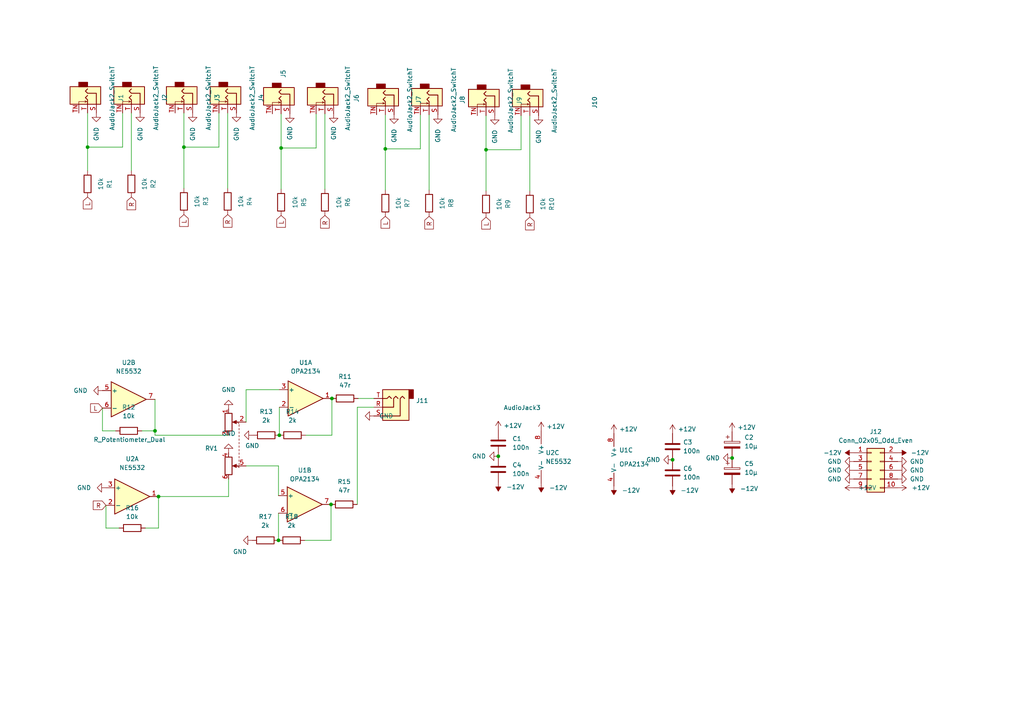
<source format=kicad_sch>
(kicad_sch (version 20211123) (generator eeschema)
  (paper "A4")
  (lib_symbols
    (symbol "Amplifier_Operational:NE5532" (pin_names (offset 0.127))
      (property "Reference" "U" (at 0 5.08 0))
      (property "Value" "NE5532" (at 0 -5.08 0))
      (symbol "NE5532_1_1"
        (polyline (pts (xy -5.08 5.08) (xy 5.08 0) (xy -5.08 -5.08) (xy -5.08 5.08)) (stroke (width 0.254)) (fill (type background)))
        (pin output line (at 7.62 0 180) (length 2.54) (name "~") (number "1"))
        (pin input line (at -7.62 -2.54 0) (length 2.54) (name "-") (number "2"))
        (pin input line (at -7.62 2.54 0) (length 2.54) (name "+") (number "3"))
      )
      (symbol "NE5532_2_1"
        (polyline (pts (xy -5.08 5.08) (xy 5.08 0) (xy -5.08 -5.08) (xy -5.08 5.08)) (stroke (width 0.254)) (fill (type background)))
        (pin input line (at -7.62 2.54 0) (length 2.54) (name "+") (number "5"))
        (pin input line (at -7.62 -2.54 0) (length 2.54) (name "-") (number "6"))
        (pin output line (at 7.62 0 180) (length 2.54) (name "~") (number "7"))
      )
      (symbol "NE5532_3_1"
        (pin power_in line (at -2.54 -7.62 90) (length 3.81) (name "V-") (number "4"))
        (pin power_in line (at -2.54 7.62 270) (length 3.81) (name "V+") (number "8"))
      )
    )
    (symbol "Amplifier_Operational:OPA2134" (pin_names (offset 0.127))
      (property "Reference" "U" (at 0 5.08 0))
      (property "Value" "OPA2134" (at 0 -5.08 0))
      (symbol "OPA2134_1_1"
        (polyline (pts (xy -5.08 5.08) (xy 5.08 0) (xy -5.08 -5.08) (xy -5.08 5.08)) (stroke (width 0.254)) (fill (type background)))
        (pin output line (at 7.62 0 180) (length 2.54) (name "~") (number "1"))
        (pin input line (at -7.62 -2.54 0) (length 2.54) (name "-") (number "2"))
        (pin input line (at -7.62 2.54 0) (length 2.54) (name "+") (number "3"))
      )
      (symbol "OPA2134_2_1"
        (polyline (pts (xy -5.08 5.08) (xy 5.08 0) (xy -5.08 -5.08) (xy -5.08 5.08)) (stroke (width 0.254)) (fill (type background)))
        (pin input line (at -7.62 2.54 0) (length 2.54) (name "+") (number "5"))
        (pin input line (at -7.62 -2.54 0) (length 2.54) (name "-") (number "6"))
        (pin output line (at 7.62 0 180) (length 2.54) (name "~") (number "7"))
      )
      (symbol "OPA2134_3_1"
        (pin power_in line (at -2.54 -7.62 90) (length 3.81) (name "V-") (number "4"))
        (pin power_in line (at -2.54 7.62 270) (length 3.81) (name "V+") (number "8"))
      )
    )
    (symbol "Connector:AudioJack2_SwitchT"
      (property "Reference" "J" (at 0 8.89 0))
      (property "Value" "AudioJack2_SwitchT" (at 0 6.35 0))
      (symbol "AudioJack2_SwitchT_0_1"
        (rectangle (start -2.54 0) (end -3.81 -2.54) (stroke (width 0.254)) (fill (type outline)))
        (polyline (pts (xy 1.778 -0.254) (xy 2.032 -0.762)))
        (polyline (pts (xy 0 0) (xy 0.635 -0.635) (xy 1.27 0) (xy 2.54 0)) (stroke (width 0.254)))
        (polyline (pts (xy 2.54 -2.54) (xy 1.778 -2.54) (xy 1.778 -0.254) (xy 1.524 -0.762)))
        (polyline (pts (xy 2.54 2.54) (xy -0.635 2.54) (xy -0.635 0) (xy -1.27 -0.635) (xy -1.905 0)) (stroke (width 0.254)))
        (rectangle (start 2.54 3.81) (end -2.54 -5.08) (stroke (width 0.254)) (fill (type background)))
      )
      (symbol "AudioJack2_SwitchT_1_1"
        (pin passive line (at 5.08 2.54 180) (length 2.54) (name "~") (number "S"))
        (pin passive line (at 5.08 0 180) (length 2.54) (name "~") (number "T"))
        (pin passive line (at 5.08 -2.54 180) (length 2.54) (name "~") (number "TN"))
      )
    )
    (symbol "Connector:AudioJack3"
      (property "Reference" "J" (at 0 8.89 0))
      (property "Value" "AudioJack3" (at 0 6.35 0))
      (symbol "AudioJack3_0_1"
        (rectangle (start -5.08 -5.08) (end -6.35 -2.54) (stroke (width 0.254)) (fill (type outline)))
        (polyline (pts (xy 0 -2.54) (xy 0.635 -3.175) (xy 1.27 -2.54) (xy 2.54 -2.54)) (stroke (width 0.254)))
        (polyline (pts (xy -1.905 -2.54) (xy -1.27 -3.175) (xy -0.635 -2.54) (xy -0.635 0) (xy 2.54 0)) (stroke (width 0.254)))
        (polyline (pts (xy 2.54 2.54) (xy -2.54 2.54) (xy -2.54 -2.54) (xy -3.175 -3.175) (xy -3.81 -2.54)) (stroke (width 0.254)))
        (rectangle (start 2.54 3.81) (end -5.08 -5.08) (stroke (width 0.254)) (fill (type background)))
      )
      (symbol "AudioJack3_1_1"
        (pin passive line (at 5.08 0 180) (length 2.54) (name "~") (number "R"))
        (pin passive line (at 5.08 2.54 180) (length 2.54) (name "~") (number "S"))
        (pin passive line (at 5.08 -2.54 180) (length 2.54) (name "~") (number "T"))
      )
    )
    (symbol "Connector_Generic:Conn_02x05_Odd_Even" (pin_names (offset 1.016) hide)
      (property "Reference" "J" (at 1.27 7.62 0))
      (property "Value" "Conn_02x05_Odd_Even" (at 1.27 -7.62 0))
      (symbol "Conn_02x05_Odd_Even_1_1"
        (rectangle (start -1.27 -4.953) (end 0 -5.207) (stroke (width 0.1524)))
        (rectangle (start -1.27 -2.413) (end 0 -2.667) (stroke (width 0.1524)))
        (rectangle (start -1.27 0.127) (end 0 -0.127) (stroke (width 0.1524)))
        (rectangle (start -1.27 2.667) (end 0 2.413) (stroke (width 0.1524)))
        (rectangle (start -1.27 5.207) (end 0 4.953) (stroke (width 0.1524)))
        (rectangle (start -1.27 6.35) (end 3.81 -6.35) (stroke (width 0.254)) (fill (type background)))
        (rectangle (start 3.81 -4.953) (end 2.54 -5.207) (stroke (width 0.1524)))
        (rectangle (start 3.81 -2.413) (end 2.54 -2.667) (stroke (width 0.1524)))
        (rectangle (start 3.81 0.127) (end 2.54 -0.127) (stroke (width 0.1524)))
        (rectangle (start 3.81 2.667) (end 2.54 2.413) (stroke (width 0.1524)))
        (rectangle (start 3.81 5.207) (end 2.54 4.953) (stroke (width 0.1524)))
        (pin passive line (at -5.08 5.08 0) (length 3.81) (name "Pin_1") (number "1"))
        (pin passive line (at 7.62 -5.08 180) (length 3.81) (name "Pin_10") (number "10"))
        (pin passive line (at 7.62 5.08 180) (length 3.81) (name "Pin_2") (number "2"))
        (pin passive line (at -5.08 2.54 0) (length 3.81) (name "Pin_3") (number "3"))
        (pin passive line (at 7.62 2.54 180) (length 3.81) (name "Pin_4") (number "4"))
        (pin passive line (at -5.08 0 0) (length 3.81) (name "Pin_5") (number "5"))
        (pin passive line (at 7.62 0 180) (length 3.81) (name "Pin_6") (number "6"))
        (pin passive line (at -5.08 -2.54 0) (length 3.81) (name "Pin_7") (number "7"))
        (pin passive line (at 7.62 -2.54 180) (length 3.81) (name "Pin_8") (number "8"))
        (pin passive line (at -5.08 -5.08 0) (length 3.81) (name "Pin_9") (number "9"))
      )
    )
    (symbol "Device:C" (pin_numbers hide) (pin_names (offset 0.254))
      (property "Reference" "C" (at 0.635 2.54 0))
      (property "Value" "C" (at 0.635 -2.54 0))
      (symbol "C_0_1"
        (polyline (pts (xy -2.032 -0.762) (xy 2.032 -0.762)) (stroke (width 0.508)))
        (polyline (pts (xy -2.032 0.762) (xy 2.032 0.762)) (stroke (width 0.508)))
      )
      (symbol "C_1_1"
        (pin passive line (at 0 3.81 270) (length 2.794) (name "~") (number "1"))
        (pin passive line (at 0 -3.81 90) (length 2.794) (name "~") (number "2"))
      )
    )
    (symbol "Device:C_Polarized" (pin_numbers hide) (pin_names (offset 0.254))
      (property "Reference" "C" (at 0.635 2.54 0))
      (property "Value" "C_Polarized" (at 0.635 -2.54 0))
      (symbol "C_Polarized_0_1"
        (rectangle (start -2.286 0.508) (end 2.286 1.016))
        (polyline (pts (xy -1.778 2.286) (xy -0.762 2.286)))
        (polyline (pts (xy -1.27 2.794) (xy -1.27 1.778)))
        (rectangle (start 2.286 -0.508) (end -2.286 -1.016) (fill (type outline)))
      )
      (symbol "C_Polarized_1_1"
        (pin passive line (at 0 3.81 270) (length 2.794) (name "~") (number "1"))
        (pin passive line (at 0 -3.81 90) (length 2.794) (name "~") (number "2"))
      )
    )
    (symbol "Device:R" (pin_numbers hide) (pin_names (offset 0))
      (property "Reference" "R" (at 2.032 0 90))
      (property "Value" "R" (at 0 0 90))
      (symbol "R_0_1"
        (rectangle (start -1.016 -2.54) (end 1.016 2.54) (stroke (width 0.254)))
      )
      (symbol "R_1_1"
        (pin passive line (at 0 3.81 270) (length 1.27) (name "~") (number "1"))
        (pin passive line (at 0 -3.81 90) (length 1.27) (name "~") (number "2"))
      )
    )
    (symbol "Device:R_Potentiometer_Dual" (pin_names (offset 1.016) hide)
      (property "Reference" "RV" (at 0 3.81 0))
      (property "Value" "R_Potentiometer_Dual" (at 0 1.905 0))
      (symbol "R_Potentiometer_Dual_0_1"
        (rectangle (start -8.89 -1.524) (end -3.81 -3.556) (stroke (width 0.254)))
        (polyline (pts (xy -6.35 0) (xy -6.35 -1.016)))
        (polyline (pts (xy -6.35 0) (xy -6.35 -1.016)))
        (polyline (pts (xy -6.35 0) (xy -5.842 0.508)))
        (polyline (pts (xy -5.588 0.508) (xy -5.08 0.508)))
        (polyline (pts (xy -4.572 0.508) (xy -4.064 0.508)))
        (polyline (pts (xy -3.556 0.508) (xy -3.048 0.508)))
        (polyline (pts (xy -2.54 0.508) (xy -2.032 0.508)))
        (polyline (pts (xy -1.524 0.508) (xy -1.016 0.508)))
        (polyline (pts (xy -0.508 0.508) (xy 0 0.508)))
        (polyline (pts (xy 0.508 0.508) (xy 1.016 0.508)))
        (polyline (pts (xy 1.524 0.508) (xy 2.032 0.508)))
        (polyline (pts (xy 2.54 0.508) (xy 3.048 0.508)))
        (polyline (pts (xy 3.556 0.508) (xy 4.064 0.508)))
        (polyline (pts (xy 4.572 0.508) (xy 5.08 0.508)))
        (polyline (pts (xy 5.588 0.508) (xy 6.096 0.508)))
        (polyline (pts (xy 6.35 0) (xy 6.35 -1.016)))
        (polyline (pts (xy 6.35 0) (xy 6.35 -1.016)))
        (polyline (pts (xy 6.604 0.508) (xy 6.858 0.508) (xy 6.35 0)))
        (polyline (pts (xy -6.35 -1.397) (xy -6.858 -0.254) (xy -5.842 -0.254) (xy -6.35 -1.397)) (fill (type outline)))
        (polyline (pts (xy 6.35 -1.397) (xy 5.842 -0.254) (xy 6.858 -0.254) (xy 6.35 -1.397)) (fill (type outline)))
        (rectangle (start 3.81 -1.524) (end 8.89 -3.556) (stroke (width 0.254)))
      )
      (symbol "R_Potentiometer_Dual_1_1"
        (pin passive line (at -10.16 -2.54 0) (length 1.27) (name "1") (number "1"))
        (pin passive line (at -6.35 2.54 270) (length 2.54) (name "2") (number "2"))
        (pin passive line (at -2.54 -2.54 180) (length 1.27) (name "3") (number "3"))
        (pin passive line (at 2.54 -2.54 0) (length 1.27) (name "4") (number "4"))
        (pin passive line (at 6.35 2.54 270) (length 2.54) (name "5") (number "5"))
        (pin passive line (at 10.16 -2.54 180) (length 1.27) (name "6") (number "6"))
      )
    )
    (symbol "power:+12V" (power) (pin_names (offset 0))
      (property "Value" "+12V" (at 0 3.556 0))
      (symbol "+12V_0_1"
        (polyline (pts (xy -0.762 1.27) (xy 0 2.54)))
        (polyline (pts (xy 0 0) (xy 0 2.54)))
        (polyline (pts (xy 0 2.54) (xy 0.762 1.27)))
      )
      (symbol "+12V_1_1"
        (pin power_in line (at 0 0 90) (length 0) hide (name "+12V") (number "1"))
      )
    )
    (symbol "power:-12V" (power) (pin_names (offset 0))
      (property "Value" "-12V" (at 0 3.81 0))
      (symbol "-12V_0_0"
        (pin power_in line (at 0 0 90) (length 0) hide (name "-12V") (number "1"))
      )
      (symbol "-12V_0_1"
        (polyline (pts (xy 0 0) (xy 0 1.27) (xy 0.762 1.27) (xy 0 2.54) (xy -0.762 1.27) (xy 0 1.27)) (fill (type outline)))
      )
    )
    (symbol "power:GND" (power) (pin_names (offset 0))
      (property "Value" "GND" (at 0 -3.81 0))
      (symbol "GND_0_1"
        (polyline (pts (xy 0 0) (xy 0 -1.27) (xy 1.27 -1.27) (xy 0 -2.54) (xy -1.27 -1.27) (xy 0 -1.27)))
      )
      (symbol "GND_1_1"
        (pin power_in line (at 0 0 270) (length 0) hide (name "GND") (number "1"))
      )
    )
  )
  (junction (at 212.344 132.842))
  (junction (at 25.4 42.672))
  (junction (at 111.76 43.18))
  (junction (at 81.026 126.238))
  (junction (at 144.526 132.334))
  (junction (at 80.772 156.718))
  (junction (at 96.266 115.57))
  (junction (at 140.97 43.434))
  (junction (at 195.072 133.35))
  (junction (at 44.958 124.968))
  (junction (at 96.012 146.304))
  (junction (at 81.534 42.926))
  (junction (at 53.34 42.672))
  (junction (at 45.974 144.018))
  (wire (pts (xy 96.012 146.304) (xy 96.012 156.718)))
  (wire (pts (xy 63.5 32.766) (xy 63.5 42.672)))
  (wire (pts (xy 42.164 153.162) (xy 45.974 153.162)))
  (wire (pts (xy 91.694 42.926) (xy 81.534 42.926)))
  (wire (pts (xy 41.148 124.968) (xy 44.958 124.968)))
  (wire (pts (xy 44.958 115.824) (xy 44.958 124.968)))
  (wire (pts (xy 44.958 124.968) (xy 44.958 126.238)))
  (wire (pts (xy 45.974 153.162) (xy 45.974 144.018)))
  (wire (pts (xy 121.92 33.274) (xy 121.92 43.18)))
  (wire (pts (xy 140.97 43.434) (xy 140.97 55.372)))
  (wire (pts (xy 80.772 148.844) (xy 80.772 156.718)))
  (wire (pts (xy 38.1 32.766) (xy 38.1 49.53)))
  (wire (pts (xy 151.13 33.528) (xy 151.13 43.434)))
  (wire (pts (xy 88.392 156.718) (xy 96.012 156.718)))
  (wire (pts (xy 94.234 33.02) (xy 94.234 54.864)))
  (wire (pts (xy 30.734 153.162) (xy 30.734 146.558)))
  (wire (pts (xy 140.97 43.434) (xy 140.97 33.528)))
  (wire (pts (xy 111.76 43.18) (xy 111.76 33.274)))
  (wire (pts (xy 91.694 33.02) (xy 91.694 42.926)))
  (wire (pts (xy 81.534 42.926) (xy 81.534 33.02)))
  (wire (pts (xy 71.374 135.128) (xy 80.772 135.128)))
  (wire (pts (xy 80.772 135.128) (xy 80.772 143.764)))
  (wire (pts (xy 81.026 118.11) (xy 81.026 126.238)))
  (wire (pts (xy 151.13 43.434) (xy 140.97 43.434)))
  (wire (pts (xy 81.534 42.926) (xy 81.534 54.864)))
  (wire (pts (xy 108.458 115.57) (xy 103.886 115.57)))
  (wire (pts (xy 63.5 42.672) (xy 53.34 42.672)))
  (wire (pts (xy 153.67 33.528) (xy 153.67 55.372)))
  (wire (pts (xy 25.4 32.766) (xy 25.4 42.672)))
  (wire (pts (xy 25.4 42.672) (xy 25.4 49.53)))
  (wire (pts (xy 35.56 32.766) (xy 35.56 42.672)))
  (wire (pts (xy 53.34 42.672) (xy 53.34 54.61)))
  (wire (pts (xy 71.374 113.03) (xy 71.374 122.428)))
  (wire (pts (xy 81.026 113.03) (xy 71.374 113.03)))
  (wire (pts (xy 34.544 153.162) (xy 30.734 153.162)))
  (wire (pts (xy 66.294 126.238) (xy 44.958 126.238)))
  (wire (pts (xy 53.34 42.672) (xy 53.34 32.766)))
  (wire (pts (xy 121.92 43.18) (xy 111.76 43.18)))
  (wire (pts (xy 29.718 124.968) (xy 29.718 118.364)))
  (wire (pts (xy 33.528 124.968) (xy 29.718 124.968)))
  (wire (pts (xy 103.632 118.11) (xy 103.632 146.304)))
  (wire (pts (xy 124.46 33.274) (xy 124.46 55.118)))
  (wire (pts (xy 66.04 32.766) (xy 66.04 54.61)))
  (wire (pts (xy 88.646 126.238) (xy 96.266 126.238)))
  (wire (pts (xy 96.266 126.238) (xy 96.266 115.57)))
  (wire (pts (xy 35.56 42.672) (xy 25.4 42.672)))
  (wire (pts (xy 108.458 118.11) (xy 103.632 118.11)))
  (wire (pts (xy 111.76 43.18) (xy 111.76 55.118)))
  (wire (pts (xy 66.294 138.938) (xy 66.294 144.018)))
  (wire (pts (xy 66.294 144.018) (xy 45.974 144.018)))
  (global_label "R" (shape input) (at 30.734 146.558 180) (property "Intersheet References" "${INTERSHEET_REFS}" (effects hide)))
  (global_label "R" (shape input) (at 94.234 62.484 270) (property "Intersheet References" "${INTERSHEET_REFS}" (effects hide)))
  (global_label "L" (shape input) (at 111.76 62.738 270) (property "Intersheet References" "${INTERSHEET_REFS}" (effects hide)))
  (global_label "R" (shape input) (at 38.1 57.15 270) (property "Intersheet References" "${INTERSHEET_REFS}" (effects hide)))
  (global_label "L" (shape input) (at 53.34 62.23 270) (property "Intersheet References" "${INTERSHEET_REFS}" (effects hide)))
  (global_label "L" (shape input) (at 140.97 62.992 270) (property "Intersheet References" "${INTERSHEET_REFS}" (effects hide)))
  (global_label "L" (shape input) (at 25.4 57.15 270) (property "Intersheet References" "${INTERSHEET_REFS}" (effects hide)))
  (global_label "R" (shape input) (at 66.04 62.23 270) (property "Intersheet References" "${INTERSHEET_REFS}" (effects hide)))
  (global_label "L" (shape input) (at 81.534 62.484 270) (property "Intersheet References" "${INTERSHEET_REFS}" (effects hide)))
  (global_label "L" (shape input) (at 29.718 118.364 180) (property "Intersheet References" "${INTERSHEET_REFS}" (effects hide)))
  (global_label "R" (shape input) (at 124.46 62.738 270) (property "Intersheet References" "${INTERSHEET_REFS}" (effects hide)))
  (global_label "R" (shape input) (at 153.67 62.992 270) (property "Intersheet References" "${INTERSHEET_REFS}" (effects hide)))
  (symbol (lib_id "Connector:AudioJack2_SwitchT") (at 111.76 28.194 270) (unit 1)
    (property "Reference" "J7" (at 121.412 28.956 0))
    (property "Value" "AudioJack2_SwitchT" (at 118.872 28.956 0))
    (property "Footprint" "AudioJacks:Jack_3.5mm_QingPu_WQP-PJ398SM_Vertical" (effects hide))
  )
  (symbol (lib_id "power:GND") (at 27.94 32.766 0) (unit 1)
    (property "Reference" "#PWR01" (effects hide))
    (property "Value" "GND" (at 27.9401 36.83 90) (effects (justify right)))
  )
  (symbol (lib_id "Device:R") (at 94.234 58.674 0) (unit 1)
    (property "Reference" "R6" (at 100.838 58.674 90))
    (property "Value" "10k" (at 98.298 58.674 90))
    (property "Footprint" "Resistor_SMD:R_0805_2012Metric_Pad1.20x1.40mm_HandSolder" (effects hide))
  )
  (symbol (lib_id "power:GND") (at 247.65 133.858 270) (unit 1)
    (property "Reference" "#PWR025" (effects hide))
    (property "Value" "GND" (at 244.094 133.8579 90) (effects (justify right)))
  )
  (symbol (lib_id "Device:R") (at 81.534 58.674 0) (unit 1)
    (property "Reference" "R5" (at 88.138 58.674 90))
    (property "Value" "10k" (at 85.598 58.674 90))
    (property "Footprint" "Resistor_SMD:R_0805_2012Metric_Pad1.20x1.40mm_HandSolder" (effects hide))
  )
  (symbol (lib_id "power:GND") (at 66.294 118.618 180) (unit 1)
    (property "Reference" "#PWR018" (effects hide))
    (property "Value" "GND" (at 66.294 113.03 0))
  )
  (symbol (lib_id "Device:R") (at 76.962 156.718 90) (unit 1)
    (property "Reference" "R17" (at 76.962 149.86 90))
    (property "Value" "2k" (at 76.962 152.4 90))
    (property "Footprint" "Resistor_SMD:R_0805_2012Metric_Pad1.20x1.40mm_HandSolder" (effects hide))
  )
  (symbol (lib_id "power:+12V") (at 156.972 124.968 0) (unit 1)
    (property "Reference" "#PWR014" (effects hide))
    (property "Value" "+12V" (at 158.496 123.6979 0) (effects (justify left)))
  )
  (symbol (lib_id "power:GND") (at 55.88 32.766 0) (unit 1)
    (property "Reference" "#PWR03" (effects hide))
    (property "Value" "GND" (at 55.8801 36.83 90) (effects (justify right)))
  )
  (symbol (lib_id "Device:R") (at 25.4 53.34 0) (unit 1)
    (property "Reference" "R1" (at 31.75 53.34 90))
    (property "Value" "10k" (at 29.21 53.34 90))
    (property "Footprint" "Resistor_SMD:R_0805_2012Metric_Pad1.20x1.40mm_HandSolder" (effects hide))
  )
  (symbol (lib_id "Connector:AudioJack2_SwitchT") (at 94.234 27.94 270) (unit 1)
    (property "Reference" "J6" (at 103.378 28.5115 0))
    (property "Value" "AudioJack2_SwitchT" (at 100.838 28.5115 0))
    (property "Footprint" "AudioJacks:Jack_3.5mm_QingPu_WQP-PJ398SM_Vertical" (effects hide))
  )
  (symbol (lib_id "Device:R") (at 124.46 58.928 0) (unit 1)
    (property "Reference" "R8" (at 130.81 58.928 90))
    (property "Value" "10k" (at 128.27 58.928 90))
    (property "Footprint" "Resistor_SMD:R_0805_2012Metric_Pad1.20x1.40mm_HandSolder" (effects hide))
  )
  (symbol (lib_id "power:GND") (at 260.35 138.938 90) (mirror x) (unit 1)
    (property "Reference" "#PWR031" (effects hide))
    (property "Value" "GND" (at 263.906 138.9379 90) (effects (justify right)))
  )
  (symbol (lib_id "Connector:AudioJack2_SwitchT") (at 38.1 27.686 270) (unit 1)
    (property "Reference" "J2" (at 47.752 28.448 0))
    (property "Value" "AudioJack2_SwitchT" (at 45.212 28.448 0))
    (property "Footprint" "AudioJacks:Jack_3.5mm_QingPu_WQP-PJ398SM_Vertical" (effects hide))
  )
  (symbol (lib_id "power:GND") (at 212.344 132.842 270) (unit 1)
    (property "Reference" "#PWR023" (effects hide))
    (property "Value" "GND" (at 208.788 132.8419 90) (effects (justify right)))
  )
  (symbol (lib_id "Device:R") (at 100.076 115.57 90) (unit 1)
    (property "Reference" "R11" (at 100.076 109.22 90))
    (property "Value" "47r" (at 100.076 111.76 90))
    (property "Footprint" "Resistor_SMD:R_0805_2012Metric_Pad1.20x1.40mm_HandSolder" (effects hide))
  )
  (symbol (lib_id "power:GND") (at 68.58 32.766 0) (unit 1)
    (property "Reference" "#PWR04" (effects hide))
    (property "Value" "GND" (at 68.5801 36.83 90) (effects (justify right)))
  )
  (symbol (lib_id "power:GND") (at 156.21 33.528 0) (unit 1)
    (property "Reference" "#PWR010" (effects hide))
    (property "Value" "GND" (at 156.2101 37.592 90) (effects (justify right)))
  )
  (symbol (lib_id "Amplifier_Operational:NE5532") (at 37.338 115.824 0) (unit 2)
    (property "Reference" "U2" (at 37.338 105.156 0))
    (property "Value" "NE5532" (at 37.338 107.696 0))
    (property "Footprint" "Package_SO:SOIC-8_3.9x4.9mm_P1.27mm" (effects hide))
    (property "Datasheet" "http://www.ti.com/lit/ds/symlink/ne5532.pdf" (effects hide))
  )
  (symbol (lib_id "Amplifier_Operational:NE5532") (at 159.512 132.588 0) (unit 3)
    (property "Reference" "U2" (at 158.242 131.3179 0) (effects (justify left)))
    (property "Value" "NE5532" (at 158.242 133.8579 0) (effects (justify left)))
    (property "Footprint" "Package_SO:SOIC-8_3.9x4.9mm_P1.27mm" (effects hide))
    (property "Datasheet" "http://www.ti.com/lit/ds/symlink/ne5532.pdf" (effects hide))
  )
  (symbol (lib_id "power:GND") (at 73.152 156.718 270) (unit 1)
    (property "Reference" "#PWR040" (effects hide))
    (property "Value" "GND" (at 67.564 160.0199 90) (effects (justify left)))
  )
  (symbol (lib_id "Device:C") (at 195.072 137.16 0) (unit 1)
    (property "Reference" "C6" (at 198.12 135.8899 0) (effects (justify left)))
    (property "Value" "100n" (at 198.12 138.4299 0) (effects (justify left)))
    (property "Footprint" "Capacitor_SMD:C_0805_2012Metric_Pad1.18x1.45mm_HandSolder" (effects hide))
  )
  (symbol (lib_id "Device:R") (at 66.04 58.42 0) (unit 1)
    (property "Reference" "R4" (at 72.39 58.42 90))
    (property "Value" "10k" (at 69.85 58.42 90))
    (property "Footprint" "Resistor_SMD:R_0805_2012Metric_Pad1.20x1.40mm_HandSolder" (effects hide))
  )
  (symbol (lib_id "Device:R") (at 53.34 58.42 0) (unit 1)
    (property "Reference" "R3" (at 59.69 58.42 90))
    (property "Value" "10k" (at 57.15 58.42 90))
    (property "Footprint" "Resistor_SMD:R_0805_2012Metric_Pad1.20x1.40mm_HandSolder" (effects hide))
  )
  (symbol (lib_id "Connector:AudioJack2_SwitchT") (at 53.34 27.686 270) (unit 1)
    (property "Reference" "J3" (at 62.992 28.448 0))
    (property "Value" "AudioJack2_SwitchT" (at 60.452 28.448 0))
    (property "Footprint" "AudioJacks:Jack_3.5mm_QingPu_WQP-PJ398SM_Vertical" (effects hide))
  )
  (symbol (lib_id "Device:R") (at 38.354 153.162 90) (unit 1)
    (property "Reference" "R16" (at 38.354 147.32 90))
    (property "Value" "10k" (at 38.354 149.86 90))
    (property "Footprint" "Resistor_SMD:R_0805_2012Metric_Pad1.20x1.40mm_HandSolder" (effects hide))
  )
  (symbol (lib_id "Connector:AudioJack2_SwitchT") (at 140.97 28.448 270) (unit 1)
    (property "Reference" "J9" (at 150.622 29.21 0))
    (property "Value" "AudioJack2_SwitchT" (at 148.082 29.21 0))
    (property "Footprint" "AudioJacks:Jack_3.5mm_QingPu_WQP-PJ398SM_Vertical" (effects hide))
  )
  (symbol (lib_id "power:GND") (at 114.3 33.274 0) (unit 1)
    (property "Reference" "#PWR07" (effects hide))
    (property "Value" "GND" (at 114.3001 37.338 90) (effects (justify right)))
  )
  (symbol (lib_id "Device:C_Polarized") (at 212.344 129.032 0) (unit 1)
    (property "Reference" "C2" (at 215.9 126.8729 0) (effects (justify left)))
    (property "Value" "10μ" (at 215.9 129.4129 0) (effects (justify left)))
    (property "Footprint" "Capacitor_SMD:CP_Elec_5x4.5" (effects hide))
  )
  (symbol (lib_id "power:GND") (at 30.734 141.478 270) (unit 1)
    (property "Reference" "#PWR037" (effects hide))
    (property "Value" "GND" (at 26.416 141.4779 90) (effects (justify right)))
  )
  (symbol (lib_id "power:+12V") (at 212.344 125.222 0) (unit 1)
    (property "Reference" "#PWR015" (effects hide))
    (property "Value" "+12V" (at 213.868 123.9519 0) (effects (justify left)))
  )
  (symbol (lib_id "Device:R_Potentiometer_Dual") (at 68.834 128.778 270) (unit 1)
    (property "Reference" "RV1" (at 63.246 130.0481 90) (effects (justify right)))
    (property "Value" "R_Potentiometer_Dual" (at 48.006 127.5081 90) (effects (justify right)))
    (property "Footprint" "Potentiometer_THT:Potentiometer_Alpha_RD902F-40-00D_Dual_Vertical" (effects hide))
  )
  (symbol (lib_id "power:+12V") (at 247.65 141.478 90) (unit 1)
    (property "Reference" "#PWR038" (effects hide))
    (property "Value" "+12V" (at 248.92 141.4779 90) (effects (justify right)))
  )
  (symbol (lib_id "power:GND") (at 84.074 33.02 0) (unit 1)
    (property "Reference" "#PWR05" (effects hide))
    (property "Value" "GND" (at 84.0741 36.576 90) (effects (justify right)))
  )
  (symbol (lib_id "power:+12V") (at 260.35 141.478 270) (unit 1)
    (property "Reference" "#PWR039" (effects hide))
    (property "Value" "+12V" (at 264.414 141.4779 90) (effects (justify left)))
  )
  (symbol (lib_id "power:-12V") (at 212.344 140.462 180) (unit 1)
    (property "Reference" "#PWR034" (effects hide))
    (property "Value" "-12V" (at 214.63 141.7318 0) (effects (justify right)))
  )
  (symbol (lib_id "Device:C") (at 144.526 128.524 0) (unit 1)
    (property "Reference" "C1" (at 148.59 127.2539 0) (effects (justify left)))
    (property "Value" "100n" (at 148.59 129.7939 0) (effects (justify left)))
    (property "Footprint" "Capacitor_SMD:C_0805_2012Metric_Pad1.18x1.45mm_HandSolder" (effects hide))
  )
  (symbol (lib_id "power:GND") (at 73.406 126.238 270) (unit 1)
    (property "Reference" "#PWR019" (effects hide))
    (property "Value" "GND" (at 71.12 129.2859 90) (effects (justify left)))
  )
  (symbol (lib_id "Amplifier_Operational:OPA2134") (at 88.392 146.304 0) (unit 2)
    (property "Reference" "U1" (at 88.392 136.398 0))
    (property "Value" "OPA2134" (at 88.392 138.938 0))
    (property "Footprint" "Package_SO:SOIC-8_3.9x4.9mm_P1.27mm" (effects hide))
    (property "Datasheet" "http://www.ti.com/lit/ds/symlink/opa134.pdf" (effects hide))
  )
  (symbol (lib_id "power:GND") (at 195.072 133.35 270) (unit 1)
    (property "Reference" "#PWR024" (effects hide))
    (property "Value" "GND" (at 191.516 133.3499 90) (effects (justify right)))
  )
  (symbol (lib_id "power:GND") (at 247.65 136.398 270) (unit 1)
    (property "Reference" "#PWR027" (effects hide))
    (property "Value" "GND" (at 244.094 136.3979 90) (effects (justify right)))
  )
  (symbol (lib_id "power:-12V") (at 178.054 140.97 180) (unit 1)
    (property "Reference" "#PWR035" (effects hide))
    (property "Value" "-12V" (at 180.34 142.2398 0) (effects (justify right)))
  )
  (symbol (lib_id "Device:R") (at 84.582 156.718 90) (unit 1)
    (property "Reference" "R18" (at 84.582 149.86 90))
    (property "Value" "2k" (at 84.582 152.4 90))
    (property "Footprint" "Resistor_SMD:R_0805_2012Metric_Pad1.20x1.40mm_HandSolder" (effects hide))
  )
  (symbol (lib_id "power:-12V") (at 144.526 139.954 180) (unit 1)
    (property "Reference" "#PWR032" (effects hide))
    (property "Value" "-12V" (at 146.812 141.2238 0) (effects (justify right)))
  )
  (symbol (lib_id "power:GND") (at 108.458 120.65 270) (unit 1)
    (property "Reference" "#PWR012" (effects hide))
    (property "Value" "GND" (at 109.982 120.6499 90) (effects (justify left)))
  )
  (symbol (lib_id "Device:C") (at 144.526 136.144 0) (unit 1)
    (property "Reference" "C4" (at 148.59 134.8739 0) (effects (justify left)))
    (property "Value" "100n" (at 148.59 137.4139 0) (effects (justify left)))
    (property "Footprint" "Capacitor_SMD:C_0805_2012Metric_Pad1.18x1.45mm_HandSolder" (effects hide))
  )
  (symbol (lib_id "Amplifier_Operational:OPA2134") (at 88.646 115.57 0) (unit 1)
    (property "Reference" "U1" (at 88.646 105.156 0))
    (property "Value" "OPA2134" (at 88.646 107.696 0))
    (property "Footprint" "Package_SO:SOIC-8_3.9x4.9mm_P1.27mm" (effects hide))
    (property "Datasheet" "http://www.ti.com/lit/ds/symlink/opa134.pdf" (effects hide))
  )
  (symbol (lib_id "Connector:AudioJack3") (at 113.538 118.11 180) (unit 1)
    (property "Reference" "J11" (at 120.65 116.2049 0) (effects (justify right)))
    (property "Value" "AudioJack3" (at 146.05 118.2369 0) (effects (justify right)))
    (property "Footprint" "Pale Slim Ghost:Jack_3.5mm_QingPu_WQP-PJ366ST_Vertical" (effects hide))
  )
  (symbol (lib_id "Connector:AudioJack2_SwitchT") (at 124.46 28.194 270) (unit 1)
    (property "Reference" "J8" (at 134.112 28.956 0))
    (property "Value" "AudioJack2_SwitchT" (at 131.572 28.956 0))
    (property "Footprint" "AudioJacks:Jack_3.5mm_QingPu_WQP-PJ398SM_Vertical" (effects hide))
  )
  (symbol (lib_id "Device:R") (at 153.67 59.182 0) (unit 1)
    (property "Reference" "R10" (at 160.02 59.182 90))
    (property "Value" "10k" (at 157.48 59.182 90))
    (property "Footprint" "Resistor_SMD:R_0805_2012Metric_Pad1.20x1.40mm_HandSolder" (effects hide))
  )
  (symbol (lib_id "power:-12V") (at 247.65 131.318 90) (unit 1)
    (property "Reference" "#PWR020" (effects hide))
    (property "Value" "-12V" (at 244.094 131.3179 90) (effects (justify left)))
  )
  (symbol (lib_id "power:GND") (at 127 33.274 0) (unit 1)
    (property "Reference" "#PWR08" (effects hide))
    (property "Value" "GND" (at 127.0001 37.338 90) (effects (justify right)))
  )
  (symbol (lib_id "Device:R") (at 38.1 53.34 0) (unit 1)
    (property "Reference" "R2" (at 44.45 53.34 90))
    (property "Value" "10k" (at 41.91 53.34 90))
    (property "Footprint" "Resistor_SMD:R_0805_2012Metric_Pad1.20x1.40mm_HandSolder" (effects hide))
  )
  (symbol (lib_id "power:-12V") (at 156.972 140.208 180) (unit 1)
    (property "Reference" "#PWR033" (effects hide))
    (property "Value" "-12V" (at 159.258 141.4778 0) (effects (justify right)))
  )
  (symbol (lib_id "power:GND") (at 66.294 131.318 0) (mirror x) (unit 1)
    (property "Reference" "#PWR029" (effects hide))
    (property "Value" "GND" (at 66.294 125.73 0))
  )
  (symbol (lib_id "Device:R") (at 84.836 126.238 90) (unit 1)
    (property "Reference" "R14" (at 84.836 119.38 90))
    (property "Value" "2k" (at 84.836 121.92 90))
    (property "Footprint" "Resistor_SMD:R_0805_2012Metric_Pad1.20x1.40mm_HandSolder" (effects hide))
  )
  (symbol (lib_id "power:GND") (at 247.65 138.938 270) (unit 1)
    (property "Reference" "#PWR030" (effects hide))
    (property "Value" "GND" (at 244.094 138.9379 90) (effects (justify right)))
  )
  (symbol (lib_id "power:+12V") (at 178.054 125.73 0) (unit 1)
    (property "Reference" "#PWR016" (effects hide))
    (property "Value" "+12V" (at 179.578 124.4599 0) (effects (justify left)))
  )
  (symbol (lib_id "power:GND") (at 40.64 32.766 0) (unit 1)
    (property "Reference" "#PWR02" (effects hide))
    (property "Value" "GND" (at 40.6401 36.83 90) (effects (justify right)))
  )
  (symbol (lib_id "Connector:AudioJack2_SwitchT") (at 66.04 27.686 270) (unit 1)
    (property "Reference" "J4" (at 75.692 28.448 0))
    (property "Value" "AudioJack2_SwitchT" (at 73.152 28.448 0))
    (property "Footprint" "AudioJacks:Jack_3.5mm_QingPu_WQP-PJ398SM_Vertical" (effects hide))
  )
  (symbol (lib_id "Device:R") (at 140.97 59.182 0) (unit 1)
    (property "Reference" "R9" (at 147.32 59.182 90))
    (property "Value" "10k" (at 144.78 59.182 90))
    (property "Footprint" "Resistor_SMD:R_0805_2012Metric_Pad1.20x1.40mm_HandSolder" (effects hide))
  )
  (symbol (lib_id "power:+12V") (at 195.072 125.73 0) (unit 1)
    (property "Reference" "#PWR017" (effects hide))
    (property "Value" "+12V" (at 196.596 124.4599 0) (effects (justify left)))
  )
  (symbol (lib_id "power:GND") (at 260.35 136.398 90) (mirror x) (unit 1)
    (property "Reference" "#PWR028" (effects hide))
    (property "Value" "GND" (at 263.906 136.3979 90) (effects (justify right)))
  )
  (symbol (lib_id "power:+12V") (at 144.526 124.714 0) (unit 1)
    (property "Reference" "#PWR013" (effects hide))
    (property "Value" "+12V" (at 146.05 123.4439 0) (effects (justify left)))
  )
  (symbol (lib_id "Device:R") (at 37.338 124.968 90) (unit 1)
    (property "Reference" "R12" (at 37.338 118.11 90))
    (property "Value" "10k" (at 37.338 120.65 90))
    (property "Footprint" "Resistor_SMD:R_0805_2012Metric_Pad1.20x1.40mm_HandSolder" (effects hide))
  )
  (symbol (lib_id "Device:R") (at 77.216 126.238 90) (unit 1)
    (property "Reference" "R13" (at 77.216 119.38 90))
    (property "Value" "2k" (at 77.216 121.92 90))
    (property "Footprint" "Resistor_SMD:R_0805_2012Metric_Pad1.20x1.40mm_HandSolder" (effects hide))
  )
  (symbol (lib_id "power:GND") (at 143.51 33.528 0) (unit 1)
    (property "Reference" "#PWR09" (effects hide))
    (property "Value" "GND" (at 143.5101 37.592 90) (effects (justify right)))
  )
  (symbol (lib_id "Connector_Generic:Conn_02x05_Odd_Even") (at 252.73 136.398 0) (unit 1)
    (property "Reference" "J12" (at 254 125.222 0))
    (property "Value" "Conn_02x05_Odd_Even" (at 254 127.762 0))
    (property "Footprint" "Connector_PinHeader_2.54mm:PinHeader_2x05_P2.54mm_Vertical_SMD" (effects hide))
  )
  (symbol (lib_id "power:-12V") (at 260.35 131.318 270) (unit 1)
    (property "Reference" "#PWR021" (effects hide))
    (property "Value" "-12V" (at 264.16 131.3179 90) (effects (justify left)))
  )
  (symbol (lib_id "Device:C_Polarized") (at 212.344 136.652 0) (unit 1)
    (property "Reference" "C5" (at 215.9 134.4929 0) (effects (justify left)))
    (property "Value" "10μ" (at 215.9 137.0329 0) (effects (justify left)))
    (property "Footprint" "Capacitor_SMD:CP_Elec_5x4.5" (effects hide))
  )
  (symbol (lib_id "Device:R") (at 99.822 146.304 90) (unit 1)
    (property "Reference" "R15" (at 99.822 139.7 90))
    (property "Value" "47r" (at 99.822 142.24 90))
    (property "Footprint" "Resistor_SMD:R_0805_2012Metric_Pad1.20x1.40mm_HandSolder" (effects hide))
  )
  (symbol (lib_id "power:GND") (at 260.35 133.858 90) (mirror x) (unit 1)
    (property "Reference" "#PWR026" (effects hide))
    (property "Value" "GND" (at 263.906 133.8579 90) (effects (justify right)))
  )
  (symbol (lib_id "Connector:AudioJack2_SwitchT") (at 153.67 28.448 270) (unit 1)
    (property "Reference" "J10" (at 172.466 29.718 0))
    (property "Value" "AudioJack2_SwitchT" (at 160.782 29.21 0))
    (property "Footprint" "AudioJacks:Jack_3.5mm_QingPu_WQP-PJ398SM_Vertical" (effects hide))
  )
  (symbol (lib_id "Connector:AudioJack2_SwitchT") (at 81.534 27.94 270) (unit 1)
    (property "Reference" "J5" (at 82.1691 22.606 0) (effects (justify right)))
    (property "Value" "AudioJack2_SwitchT" (at 67.4371 -95.758 0) (effects (justify right)))
    (property "Footprint" "AudioJacks:Jack_3.5mm_QingPu_WQP-PJ398SM_Vertical" (effects hide))
  )
  (symbol (lib_id "power:-12V") (at 195.072 140.97 180) (unit 1)
    (property "Reference" "#PWR036" (effects hide))
    (property "Value" "-12V" (at 197.358 142.2398 0) (effects (justify right)))
  )
  (symbol (lib_id "power:GND") (at 96.774 33.02 0) (unit 1)
    (property "Reference" "#PWR06" (effects hide))
    (property "Value" "GND" (at 96.7741 36.576 90) (effects (justify right)))
  )
  (symbol (lib_id "power:GND") (at 29.718 113.284 270) (unit 1)
    (property "Reference" "#PWR011" (effects hide))
    (property "Value" "GND" (at 25.4 113.2839 90) (effects (justify right)))
  )
  (symbol (lib_id "Amplifier_Operational:NE5532") (at 38.354 144.018 0) (unit 1)
    (property "Reference" "U2" (at 38.354 133.096 0))
    (property "Value" "NE5532" (at 38.354 135.636 0))
    (property "Footprint" "Package_SO:SOIC-8_3.9x4.9mm_P1.27mm" (effects hide))
    (property "Datasheet" "http://www.ti.com/lit/ds/symlink/ne5532.pdf" (effects hide))
  )
  (symbol (lib_id "Device:C") (at 195.072 129.54 0) (unit 1)
    (property "Reference" "C3" (at 198.12 128.2699 0) (effects (justify left)))
    (property "Value" "100n" (at 198.12 130.8099 0) (effects (justify left)))
    (property "Footprint" "Capacitor_SMD:C_0805_2012Metric_Pad1.18x1.45mm_HandSolder" (effects hide))
  )
  (symbol (lib_id "Device:R") (at 111.76 58.928 0) (unit 1)
    (property "Reference" "R7" (at 118.11 58.928 90))
    (property "Value" "10k" (at 115.57 58.928 90))
    (property "Footprint" "Resistor_SMD:R_0805_2012Metric_Pad1.20x1.40mm_HandSolder" (effects hide))
  )
  (symbol (lib_id "Connector:AudioJack2_SwitchT") (at 25.4 27.686 270) (unit 1)
    (property "Reference" "J1" (at 35.052 28.448 0))
    (property "Value" "AudioJack2_SwitchT" (at 32.512 28.448 0))
    (property "Footprint" "AudioJacks:Jack_3.5mm_QingPu_WQP-PJ398SM_Vertical" (effects hide))
  )
  (symbol (lib_id "Amplifier_Operational:OPA2134") (at 180.594 133.35 0) (unit 3)
    (property "Reference" "U1" (at 179.578 130.5559 0) (effects (justify left)))
    (property "Value" "OPA2134" (at 179.578 134.6199 0) (effects (justify left)))
    (property "Footprint" "Package_SO:SOIC-8_3.9x4.9mm_P1.27mm" (effects hide))
    (property "Datasheet" "http://www.ti.com/lit/ds/symlink/opa134.pdf" (effects hide))
  )
  (symbol (lib_id "power:GND") (at 144.526 132.334 270) (unit 1)
    (property "Reference" "#PWR022" (effects hide))
    (property "Value" "GND" (at 140.97 132.3339 90) (effects (justify right)))
  )
)
</source>
